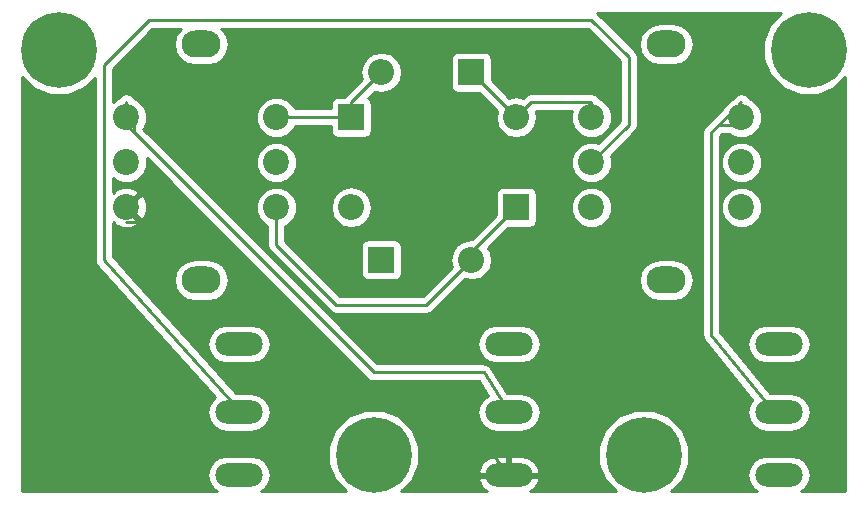
<source format=gtl>
G04 #@! TF.FileFunction,Copper,L1,Top,Signal*
%FSLAX46Y46*%
G04 Gerber Fmt 4.6, Leading zero omitted, Abs format (unit mm)*
G04 Created by KiCad (PCBNEW 4.0.7) date Monday 10 September 2018 20:52:00*
%MOMM*%
%LPD*%
G01*
G04 APERTURE LIST*
%ADD10C,0.100000*%
%ADD11O,3.302000X2.286000*%
%ADD12C,2.200000*%
%ADD13O,4.000000X2.000000*%
%ADD14C,6.400000*%
%ADD15R,2.200000X2.200000*%
%ADD16O,2.200000X2.200000*%
%ADD17C,0.250000*%
%ADD18C,0.254000*%
G04 APERTURE END LIST*
D10*
D11*
X176530000Y-116662200D03*
X176530000Y-96697800D03*
D12*
X182880000Y-106680000D03*
X182880000Y-110490000D03*
X182880000Y-102870000D03*
X170180000Y-102870000D03*
X170180000Y-106680000D03*
X170180000Y-110490000D03*
D11*
X137160000Y-116662200D03*
X137160000Y-96697800D03*
D12*
X143510000Y-106680000D03*
X143510000Y-110490000D03*
X143510000Y-102870000D03*
X130810000Y-102870000D03*
X130810000Y-106680000D03*
X130810000Y-110490000D03*
D13*
X186055000Y-122055000D03*
X186055000Y-127855000D03*
X186055000Y-133155000D03*
D14*
X151765000Y-131445000D03*
X174625000Y-131445000D03*
X188595000Y-97155000D03*
D15*
X149860000Y-102870000D03*
D16*
X149860000Y-110490000D03*
D15*
X160020000Y-99060000D03*
D16*
X152400000Y-99060000D03*
D15*
X152400000Y-114935000D03*
D16*
X160020000Y-114935000D03*
D15*
X163830000Y-110490000D03*
D16*
X163830000Y-102870000D03*
D13*
X140335000Y-122055000D03*
X140335000Y-127855000D03*
X140335000Y-133155000D03*
X163195000Y-122055000D03*
X163195000Y-127855000D03*
X163195000Y-133155000D03*
D14*
X125095000Y-97155000D03*
D17*
X143510000Y-102870000D02*
X148590000Y-102870000D01*
X148590000Y-102870000D02*
X149860000Y-102870000D01*
X149860000Y-102870000D02*
X149860000Y-101600000D01*
X149860000Y-101600000D02*
X152400000Y-99060000D01*
X165735000Y-101600000D02*
X165100000Y-101600000D01*
X165100000Y-101600000D02*
X163830000Y-102870000D01*
X163830000Y-102870000D02*
X165100000Y-101600000D01*
X165100000Y-101600000D02*
X170180000Y-101600000D01*
X170180000Y-101600000D02*
X170180000Y-102870000D01*
X170180000Y-101600000D02*
X165735000Y-101600000D01*
X165100000Y-101600000D02*
X163830000Y-102870000D01*
X163830000Y-102870000D02*
X160020000Y-99060000D01*
X143510000Y-110490000D02*
X143510000Y-111760000D01*
X143510000Y-113665000D02*
X148590000Y-118745000D01*
X148590000Y-118745000D02*
X156210000Y-118745000D01*
X156210000Y-118745000D02*
X160020000Y-114935000D01*
X143510000Y-111760000D02*
X143510000Y-113665000D01*
X160020000Y-114935000D02*
X160020000Y-114300000D01*
X160020000Y-114300000D02*
X163830000Y-110490000D01*
X140335000Y-127855000D02*
X140335000Y-127635000D01*
X140335000Y-127635000D02*
X128905000Y-114935000D01*
X128905000Y-114935000D02*
X128905000Y-98425000D01*
X128905000Y-98425000D02*
X132715000Y-94615000D01*
X132715000Y-94615000D02*
X170180000Y-94615000D01*
X170180000Y-94615000D02*
X173355000Y-97790000D01*
X173355000Y-97790000D02*
X173355000Y-103505000D01*
X173355000Y-103505000D02*
X170180000Y-106680000D01*
X131445000Y-104140000D02*
X131445000Y-103505000D01*
X131445000Y-103505000D02*
X130810000Y-102870000D01*
X130810000Y-101600000D02*
X130810000Y-103505000D01*
X161070000Y-124460000D02*
X163195000Y-127855000D01*
X151765000Y-124460000D02*
X161070000Y-124460000D01*
X130810000Y-103505000D02*
X131445000Y-104140000D01*
X131445000Y-104140000D02*
X151765000Y-124460000D01*
X132080000Y-111760000D02*
X130810000Y-110490000D01*
X130810000Y-111760000D02*
X132080000Y-111760000D01*
X132080000Y-111760000D02*
X135890000Y-111760000D01*
X158310000Y-127000000D02*
X163195000Y-133155000D01*
X151130000Y-127000000D02*
X158310000Y-127000000D01*
X135890000Y-111760000D02*
X151130000Y-127000000D01*
X180975000Y-103505000D02*
X182245000Y-103505000D01*
X182245000Y-103505000D02*
X182880000Y-102870000D01*
X186055000Y-127855000D02*
X185640000Y-127855000D01*
X185640000Y-127855000D02*
X180340000Y-121285000D01*
X180340000Y-121285000D02*
X180340000Y-104140000D01*
X180340000Y-104140000D02*
X180975000Y-103505000D01*
X180975000Y-103505000D02*
X182880000Y-101600000D01*
X186055000Y-133155000D02*
X186055000Y-132715000D01*
D18*
G36*
X185345741Y-94979811D02*
X184760667Y-96388825D01*
X184759336Y-97914482D01*
X185341950Y-99324515D01*
X186419811Y-100404259D01*
X187828825Y-100989333D01*
X189354482Y-100990664D01*
X190764515Y-100408050D01*
X191695000Y-99479188D01*
X191695000Y-134545000D01*
X187912716Y-134545000D01*
X188262743Y-134311120D01*
X188617166Y-133780687D01*
X188741623Y-133155000D01*
X188617166Y-132529313D01*
X188262743Y-131998880D01*
X187732310Y-131644457D01*
X187106623Y-131520000D01*
X185003377Y-131520000D01*
X184377690Y-131644457D01*
X183847257Y-131998880D01*
X183492834Y-132529313D01*
X183368377Y-133155000D01*
X183492834Y-133780687D01*
X183847257Y-134311120D01*
X184197284Y-134545000D01*
X176947832Y-134545000D01*
X177874259Y-133620189D01*
X178459333Y-132211175D01*
X178460664Y-130685518D01*
X177878050Y-129275485D01*
X176800189Y-128195741D01*
X175391175Y-127610667D01*
X173865518Y-127609336D01*
X172455485Y-128191950D01*
X171375741Y-129269811D01*
X170790667Y-130678825D01*
X170789336Y-132204482D01*
X171371950Y-133614515D01*
X172300812Y-134545000D01*
X165029470Y-134545000D01*
X165440922Y-134221317D01*
X165754144Y-133663355D01*
X165785124Y-133535434D01*
X165665777Y-133282000D01*
X163322000Y-133282000D01*
X163322000Y-133302000D01*
X163068000Y-133302000D01*
X163068000Y-133282000D01*
X160724223Y-133282000D01*
X160604876Y-133535434D01*
X160635856Y-133663355D01*
X160949078Y-134221317D01*
X161360530Y-134545000D01*
X154087832Y-134545000D01*
X155014259Y-133620189D01*
X155365392Y-132774566D01*
X160604876Y-132774566D01*
X160724223Y-133028000D01*
X163068000Y-133028000D01*
X163068000Y-131520000D01*
X163322000Y-131520000D01*
X163322000Y-133028000D01*
X165665777Y-133028000D01*
X165785124Y-132774566D01*
X165754144Y-132646645D01*
X165440922Y-132088683D01*
X164938020Y-131693058D01*
X164322000Y-131520000D01*
X163322000Y-131520000D01*
X163068000Y-131520000D01*
X162068000Y-131520000D01*
X161451980Y-131693058D01*
X160949078Y-132088683D01*
X160635856Y-132646645D01*
X160604876Y-132774566D01*
X155365392Y-132774566D01*
X155599333Y-132211175D01*
X155600664Y-130685518D01*
X155018050Y-129275485D01*
X153940189Y-128195741D01*
X152531175Y-127610667D01*
X151005518Y-127609336D01*
X149595485Y-128191950D01*
X148515741Y-129269811D01*
X147930667Y-130678825D01*
X147929336Y-132204482D01*
X148511950Y-133614515D01*
X149440812Y-134545000D01*
X142192716Y-134545000D01*
X142542743Y-134311120D01*
X142897166Y-133780687D01*
X143021623Y-133155000D01*
X142897166Y-132529313D01*
X142542743Y-131998880D01*
X142012310Y-131644457D01*
X141386623Y-131520000D01*
X139283377Y-131520000D01*
X138657690Y-131644457D01*
X138127257Y-131998880D01*
X137772834Y-132529313D01*
X137648377Y-133155000D01*
X137772834Y-133780687D01*
X138127257Y-134311120D01*
X138477284Y-134545000D01*
X121995000Y-134545000D01*
X121995000Y-99477832D01*
X122919811Y-100404259D01*
X124328825Y-100989333D01*
X125854482Y-100990664D01*
X127264515Y-100408050D01*
X128145000Y-99529101D01*
X128145000Y-114935000D01*
X128170102Y-115061197D01*
X128188536Y-115188533D01*
X128198897Y-115205958D01*
X128202852Y-115225839D01*
X128274330Y-115332814D01*
X128340096Y-115443413D01*
X138341300Y-126555862D01*
X138127257Y-126698880D01*
X137772834Y-127229313D01*
X137648377Y-127855000D01*
X137772834Y-128480687D01*
X138127257Y-129011120D01*
X138657690Y-129365543D01*
X139283377Y-129490000D01*
X141386623Y-129490000D01*
X142012310Y-129365543D01*
X142542743Y-129011120D01*
X142897166Y-128480687D01*
X143021623Y-127855000D01*
X142897166Y-127229313D01*
X142542743Y-126698880D01*
X142012310Y-126344457D01*
X141386623Y-126220000D01*
X140083976Y-126220000D01*
X136335476Y-122055000D01*
X137648377Y-122055000D01*
X137772834Y-122680687D01*
X138127257Y-123211120D01*
X138657690Y-123565543D01*
X139283377Y-123690000D01*
X141386623Y-123690000D01*
X142012310Y-123565543D01*
X142542743Y-123211120D01*
X142897166Y-122680687D01*
X143021623Y-122055000D01*
X142897166Y-121429313D01*
X142542743Y-120898880D01*
X142012310Y-120544457D01*
X141386623Y-120420000D01*
X139283377Y-120420000D01*
X138657690Y-120544457D01*
X138127257Y-120898880D01*
X137772834Y-121429313D01*
X137648377Y-122055000D01*
X136335476Y-122055000D01*
X131481956Y-116662200D01*
X134829215Y-116662200D01*
X134964557Y-117342611D01*
X135349979Y-117919436D01*
X135926804Y-118304858D01*
X136607215Y-118440200D01*
X137712785Y-118440200D01*
X138393196Y-118304858D01*
X138970021Y-117919436D01*
X139355443Y-117342611D01*
X139490785Y-116662200D01*
X139355443Y-115981789D01*
X138970021Y-115404964D01*
X138393196Y-115019542D01*
X137712785Y-114884200D01*
X136607215Y-114884200D01*
X135926804Y-115019542D01*
X135349979Y-115404964D01*
X134964557Y-115981789D01*
X134829215Y-116662200D01*
X131481956Y-116662200D01*
X129665000Y-114643360D01*
X129665000Y-111814608D01*
X129764738Y-111714870D01*
X129875641Y-111992099D01*
X130521593Y-112235323D01*
X131211453Y-112212836D01*
X131744359Y-111992099D01*
X131855263Y-111714868D01*
X130810000Y-110669605D01*
X130795858Y-110683748D01*
X130616253Y-110504143D01*
X130630395Y-110490000D01*
X130989605Y-110490000D01*
X132034868Y-111535263D01*
X132312099Y-111424359D01*
X132555323Y-110778407D01*
X132532836Y-110088547D01*
X132312099Y-109555641D01*
X132034868Y-109444737D01*
X130989605Y-110490000D01*
X130630395Y-110490000D01*
X130616253Y-110475858D01*
X130795858Y-110296253D01*
X130810000Y-110310395D01*
X131855263Y-109265132D01*
X131744359Y-108987901D01*
X131098407Y-108744677D01*
X130408547Y-108767164D01*
X129875641Y-108987901D01*
X129764738Y-109265130D01*
X129665000Y-109165392D01*
X129665000Y-107988805D01*
X129825918Y-108150004D01*
X130463373Y-108414699D01*
X131153599Y-108415301D01*
X131791515Y-108151719D01*
X132280004Y-107664082D01*
X132544699Y-107026627D01*
X132545301Y-106336401D01*
X132530304Y-106300106D01*
X151227599Y-124997401D01*
X151474161Y-125162148D01*
X151765000Y-125220000D01*
X160649100Y-125220000D01*
X161401510Y-126422086D01*
X160987257Y-126698880D01*
X160632834Y-127229313D01*
X160508377Y-127855000D01*
X160632834Y-128480687D01*
X160987257Y-129011120D01*
X161517690Y-129365543D01*
X162143377Y-129490000D01*
X164246623Y-129490000D01*
X164872310Y-129365543D01*
X165402743Y-129011120D01*
X165757166Y-128480687D01*
X165881623Y-127855000D01*
X165757166Y-127229313D01*
X165402743Y-126698880D01*
X164872310Y-126344457D01*
X164246623Y-126220000D01*
X163068219Y-126220000D01*
X161714212Y-124056774D01*
X161655205Y-123994143D01*
X161607401Y-123922599D01*
X161554497Y-123887250D01*
X161510866Y-123840939D01*
X161432384Y-123805657D01*
X161360839Y-123757852D01*
X161298436Y-123745439D01*
X161240403Y-123719350D01*
X161154396Y-123716788D01*
X161070000Y-123700000D01*
X152079802Y-123700000D01*
X150434802Y-122055000D01*
X160508377Y-122055000D01*
X160632834Y-122680687D01*
X160987257Y-123211120D01*
X161517690Y-123565543D01*
X162143377Y-123690000D01*
X164246623Y-123690000D01*
X164872310Y-123565543D01*
X165402743Y-123211120D01*
X165757166Y-122680687D01*
X165881623Y-122055000D01*
X165757166Y-121429313D01*
X165402743Y-120898880D01*
X164872310Y-120544457D01*
X164246623Y-120420000D01*
X162143377Y-120420000D01*
X161517690Y-120544457D01*
X160987257Y-120898880D01*
X160632834Y-121429313D01*
X160508377Y-122055000D01*
X150434802Y-122055000D01*
X139213401Y-110833599D01*
X141774699Y-110833599D01*
X142038281Y-111471515D01*
X142525918Y-111960004D01*
X142750000Y-112053051D01*
X142750000Y-113665000D01*
X142807852Y-113955839D01*
X142972599Y-114202401D01*
X148052599Y-119282401D01*
X148299161Y-119447148D01*
X148590000Y-119505000D01*
X156210000Y-119505000D01*
X156500839Y-119447148D01*
X156747401Y-119282401D01*
X159463696Y-116566106D01*
X159986009Y-116670000D01*
X160053991Y-116670000D01*
X160093204Y-116662200D01*
X174199215Y-116662200D01*
X174334557Y-117342611D01*
X174719979Y-117919436D01*
X175296804Y-118304858D01*
X175977215Y-118440200D01*
X177082785Y-118440200D01*
X177763196Y-118304858D01*
X178340021Y-117919436D01*
X178725443Y-117342611D01*
X178860785Y-116662200D01*
X178725443Y-115981789D01*
X178340021Y-115404964D01*
X177763196Y-115019542D01*
X177082785Y-114884200D01*
X175977215Y-114884200D01*
X175296804Y-115019542D01*
X174719979Y-115404964D01*
X174334557Y-115981789D01*
X174199215Y-116662200D01*
X160093204Y-116662200D01*
X160717947Y-116537931D01*
X161280821Y-116161830D01*
X161656922Y-115598956D01*
X161788991Y-114935000D01*
X161656922Y-114271044D01*
X161443366Y-113951436D01*
X163157362Y-112237440D01*
X164930000Y-112237440D01*
X165165317Y-112193162D01*
X165381441Y-112054090D01*
X165526431Y-111841890D01*
X165577440Y-111590000D01*
X165577440Y-110833599D01*
X168444699Y-110833599D01*
X168708281Y-111471515D01*
X169195918Y-111960004D01*
X169833373Y-112224699D01*
X170523599Y-112225301D01*
X171161515Y-111961719D01*
X171650004Y-111474082D01*
X171914699Y-110836627D01*
X171915301Y-110146401D01*
X171651719Y-109508485D01*
X171164082Y-109019996D01*
X170526627Y-108755301D01*
X169836401Y-108754699D01*
X169198485Y-109018281D01*
X168709996Y-109505918D01*
X168445301Y-110143373D01*
X168444699Y-110833599D01*
X165577440Y-110833599D01*
X165577440Y-109390000D01*
X165533162Y-109154683D01*
X165394090Y-108938559D01*
X165181890Y-108793569D01*
X164930000Y-108742560D01*
X162730000Y-108742560D01*
X162494683Y-108786838D01*
X162278559Y-108925910D01*
X162133569Y-109138110D01*
X162082560Y-109390000D01*
X162082560Y-111162638D01*
X160045198Y-113200000D01*
X159986009Y-113200000D01*
X159322053Y-113332069D01*
X158759179Y-113708170D01*
X158383078Y-114271044D01*
X158251009Y-114935000D01*
X158366182Y-115514016D01*
X155895198Y-117985000D01*
X148904802Y-117985000D01*
X144754802Y-113835000D01*
X150652560Y-113835000D01*
X150652560Y-116035000D01*
X150696838Y-116270317D01*
X150835910Y-116486441D01*
X151048110Y-116631431D01*
X151300000Y-116682440D01*
X153500000Y-116682440D01*
X153735317Y-116638162D01*
X153951441Y-116499090D01*
X154096431Y-116286890D01*
X154147440Y-116035000D01*
X154147440Y-113835000D01*
X154103162Y-113599683D01*
X153964090Y-113383559D01*
X153751890Y-113238569D01*
X153500000Y-113187560D01*
X151300000Y-113187560D01*
X151064683Y-113231838D01*
X150848559Y-113370910D01*
X150703569Y-113583110D01*
X150652560Y-113835000D01*
X144754802Y-113835000D01*
X144270000Y-113350198D01*
X144270000Y-112053247D01*
X144491515Y-111961719D01*
X144980004Y-111474082D01*
X145244699Y-110836627D01*
X145245030Y-110456009D01*
X148125000Y-110456009D01*
X148125000Y-110523991D01*
X148257069Y-111187947D01*
X148633170Y-111750821D01*
X149196044Y-112126922D01*
X149860000Y-112258991D01*
X150523956Y-112126922D01*
X151086830Y-111750821D01*
X151462931Y-111187947D01*
X151595000Y-110523991D01*
X151595000Y-110456009D01*
X151462931Y-109792053D01*
X151086830Y-109229179D01*
X150523956Y-108853078D01*
X149860000Y-108721009D01*
X149196044Y-108853078D01*
X148633170Y-109229179D01*
X148257069Y-109792053D01*
X148125000Y-110456009D01*
X145245030Y-110456009D01*
X145245301Y-110146401D01*
X144981719Y-109508485D01*
X144494082Y-109019996D01*
X143856627Y-108755301D01*
X143166401Y-108754699D01*
X142528485Y-109018281D01*
X142039996Y-109505918D01*
X141775301Y-110143373D01*
X141774699Y-110833599D01*
X139213401Y-110833599D01*
X135403401Y-107023599D01*
X141774699Y-107023599D01*
X142038281Y-107661515D01*
X142525918Y-108150004D01*
X143163373Y-108414699D01*
X143853599Y-108415301D01*
X144491515Y-108151719D01*
X144980004Y-107664082D01*
X145244699Y-107026627D01*
X145245301Y-106336401D01*
X144981719Y-105698485D01*
X144494082Y-105209996D01*
X143856627Y-104945301D01*
X143166401Y-104944699D01*
X142528485Y-105208281D01*
X142039996Y-105695918D01*
X141775301Y-106333373D01*
X141774699Y-107023599D01*
X135403401Y-107023599D01*
X132256924Y-103877122D01*
X132280004Y-103854082D01*
X132544699Y-103216627D01*
X132544701Y-103213599D01*
X141774699Y-103213599D01*
X142038281Y-103851515D01*
X142525918Y-104340004D01*
X143163373Y-104604699D01*
X143853599Y-104605301D01*
X144491515Y-104341719D01*
X144980004Y-103854082D01*
X145073051Y-103630000D01*
X148112560Y-103630000D01*
X148112560Y-103970000D01*
X148156838Y-104205317D01*
X148295910Y-104421441D01*
X148508110Y-104566431D01*
X148760000Y-104617440D01*
X150960000Y-104617440D01*
X151195317Y-104573162D01*
X151411441Y-104434090D01*
X151556431Y-104221890D01*
X151607440Y-103970000D01*
X151607440Y-101770000D01*
X151563162Y-101534683D01*
X151424090Y-101318559D01*
X151300612Y-101234190D01*
X151843696Y-100691106D01*
X152366009Y-100795000D01*
X152433991Y-100795000D01*
X153097947Y-100662931D01*
X153660821Y-100286830D01*
X154036922Y-99723956D01*
X154168991Y-99060000D01*
X154036922Y-98396044D01*
X153745567Y-97960000D01*
X158272560Y-97960000D01*
X158272560Y-100160000D01*
X158316838Y-100395317D01*
X158455910Y-100611441D01*
X158668110Y-100756431D01*
X158920000Y-100807440D01*
X160692638Y-100807440D01*
X162198894Y-102313696D01*
X162095000Y-102836009D01*
X162095000Y-102903991D01*
X162227069Y-103567947D01*
X162603170Y-104130821D01*
X163166044Y-104506922D01*
X163830000Y-104638991D01*
X164493956Y-104506922D01*
X165056830Y-104130821D01*
X165432931Y-103567947D01*
X165565000Y-102903991D01*
X165565000Y-102836009D01*
X165470316Y-102360000D01*
X168513140Y-102360000D01*
X168445301Y-102523373D01*
X168444699Y-103213599D01*
X168708281Y-103851515D01*
X169195918Y-104340004D01*
X169833373Y-104604699D01*
X170523599Y-104605301D01*
X171161515Y-104341719D01*
X171650004Y-103854082D01*
X171914699Y-103216627D01*
X171915301Y-102526401D01*
X171651719Y-101888485D01*
X171164082Y-101399996D01*
X170857888Y-101272853D01*
X170717401Y-101062599D01*
X170470839Y-100897852D01*
X170180000Y-100840000D01*
X165100000Y-100840000D01*
X164809160Y-100897852D01*
X164562599Y-101062599D01*
X164409016Y-101216182D01*
X163830000Y-101101009D01*
X163250984Y-101216182D01*
X161767440Y-99732638D01*
X161767440Y-97960000D01*
X161723162Y-97724683D01*
X161584090Y-97508559D01*
X161371890Y-97363569D01*
X161120000Y-97312560D01*
X158920000Y-97312560D01*
X158684683Y-97356838D01*
X158468559Y-97495910D01*
X158323569Y-97708110D01*
X158272560Y-97960000D01*
X153745567Y-97960000D01*
X153660821Y-97833170D01*
X153097947Y-97457069D01*
X152433991Y-97325000D01*
X152366009Y-97325000D01*
X151702053Y-97457069D01*
X151139179Y-97833170D01*
X150763078Y-98396044D01*
X150631009Y-99060000D01*
X150746182Y-99639016D01*
X149322599Y-101062599D01*
X149282534Y-101122560D01*
X148760000Y-101122560D01*
X148524683Y-101166838D01*
X148308559Y-101305910D01*
X148163569Y-101518110D01*
X148112560Y-101770000D01*
X148112560Y-102110000D01*
X145073247Y-102110000D01*
X144981719Y-101888485D01*
X144494082Y-101399996D01*
X143856627Y-101135301D01*
X143166401Y-101134699D01*
X142528485Y-101398281D01*
X142039996Y-101885918D01*
X141775301Y-102523373D01*
X141774699Y-103213599D01*
X132544701Y-103213599D01*
X132545301Y-102526401D01*
X132281719Y-101888485D01*
X131794082Y-101399996D01*
X131487888Y-101272853D01*
X131347401Y-101062599D01*
X131100839Y-100897852D01*
X130810000Y-100840000D01*
X130519161Y-100897852D01*
X130272599Y-101062599D01*
X130132138Y-101272814D01*
X129828485Y-101398281D01*
X129665000Y-101561481D01*
X129665000Y-98739802D01*
X133029802Y-95375000D01*
X135448102Y-95375000D01*
X135349979Y-95440564D01*
X134964557Y-96017389D01*
X134829215Y-96697800D01*
X134964557Y-97378211D01*
X135349979Y-97955036D01*
X135926804Y-98340458D01*
X136607215Y-98475800D01*
X137712785Y-98475800D01*
X138393196Y-98340458D01*
X138970021Y-97955036D01*
X139355443Y-97378211D01*
X139490785Y-96697800D01*
X139355443Y-96017389D01*
X138970021Y-95440564D01*
X138871898Y-95375000D01*
X169865198Y-95375000D01*
X172595000Y-98104802D01*
X172595000Y-103190198D01*
X170747982Y-105037216D01*
X170526627Y-104945301D01*
X169836401Y-104944699D01*
X169198485Y-105208281D01*
X168709996Y-105695918D01*
X168445301Y-106333373D01*
X168444699Y-107023599D01*
X168708281Y-107661515D01*
X169195918Y-108150004D01*
X169833373Y-108414699D01*
X170523599Y-108415301D01*
X171161515Y-108151719D01*
X171650004Y-107664082D01*
X171914699Y-107026627D01*
X171915301Y-106336401D01*
X171822645Y-106112157D01*
X173794802Y-104140000D01*
X179580000Y-104140000D01*
X179580000Y-121285000D01*
X179601169Y-121391424D01*
X179610896Y-121499491D01*
X179629872Y-121535724D01*
X179637852Y-121575839D01*
X179698133Y-121666056D01*
X179748477Y-121762180D01*
X183794542Y-126777774D01*
X183492834Y-127229313D01*
X183368377Y-127855000D01*
X183492834Y-128480687D01*
X183847257Y-129011120D01*
X184377690Y-129365543D01*
X185003377Y-129490000D01*
X187106623Y-129490000D01*
X187732310Y-129365543D01*
X188262743Y-129011120D01*
X188617166Y-128480687D01*
X188741623Y-127855000D01*
X188617166Y-127229313D01*
X188262743Y-126698880D01*
X187732310Y-126344457D01*
X187106623Y-126220000D01*
X185297513Y-126220000D01*
X181937620Y-122055000D01*
X183368377Y-122055000D01*
X183492834Y-122680687D01*
X183847257Y-123211120D01*
X184377690Y-123565543D01*
X185003377Y-123690000D01*
X187106623Y-123690000D01*
X187732310Y-123565543D01*
X188262743Y-123211120D01*
X188617166Y-122680687D01*
X188741623Y-122055000D01*
X188617166Y-121429313D01*
X188262743Y-120898880D01*
X187732310Y-120544457D01*
X187106623Y-120420000D01*
X185003377Y-120420000D01*
X184377690Y-120544457D01*
X183847257Y-120898880D01*
X183492834Y-121429313D01*
X183368377Y-122055000D01*
X181937620Y-122055000D01*
X181100000Y-121016668D01*
X181100000Y-110833599D01*
X181144699Y-110833599D01*
X181408281Y-111471515D01*
X181895918Y-111960004D01*
X182533373Y-112224699D01*
X183223599Y-112225301D01*
X183861515Y-111961719D01*
X184350004Y-111474082D01*
X184614699Y-110836627D01*
X184615301Y-110146401D01*
X184351719Y-109508485D01*
X183864082Y-109019996D01*
X183226627Y-108755301D01*
X182536401Y-108754699D01*
X181898485Y-109018281D01*
X181409996Y-109505918D01*
X181145301Y-110143373D01*
X181144699Y-110833599D01*
X181100000Y-110833599D01*
X181100000Y-107023599D01*
X181144699Y-107023599D01*
X181408281Y-107661515D01*
X181895918Y-108150004D01*
X182533373Y-108414699D01*
X183223599Y-108415301D01*
X183861515Y-108151719D01*
X184350004Y-107664082D01*
X184614699Y-107026627D01*
X184615301Y-106336401D01*
X184351719Y-105698485D01*
X183864082Y-105209996D01*
X183226627Y-104945301D01*
X182536401Y-104944699D01*
X181898485Y-105208281D01*
X181409996Y-105695918D01*
X181145301Y-106333373D01*
X181144699Y-107023599D01*
X181100000Y-107023599D01*
X181100000Y-104454802D01*
X181289802Y-104265000D01*
X181821045Y-104265000D01*
X181895918Y-104340004D01*
X182533373Y-104604699D01*
X183223599Y-104605301D01*
X183861515Y-104341719D01*
X184350004Y-103854082D01*
X184614699Y-103216627D01*
X184615301Y-102526401D01*
X184351719Y-101888485D01*
X183864082Y-101399996D01*
X183557888Y-101272853D01*
X183417401Y-101062599D01*
X183170839Y-100897852D01*
X182880000Y-100840000D01*
X182589161Y-100897852D01*
X182342599Y-101062599D01*
X182083268Y-101321930D01*
X181898485Y-101398281D01*
X181409996Y-101885918D01*
X181332394Y-102072804D01*
X179802599Y-103602599D01*
X179637852Y-103849161D01*
X179580000Y-104140000D01*
X173794802Y-104140000D01*
X173892401Y-104042401D01*
X174057148Y-103795839D01*
X174115000Y-103505000D01*
X174115000Y-97790000D01*
X174057148Y-97499161D01*
X173892401Y-97252599D01*
X173337602Y-96697800D01*
X174199215Y-96697800D01*
X174334557Y-97378211D01*
X174719979Y-97955036D01*
X175296804Y-98340458D01*
X175977215Y-98475800D01*
X177082785Y-98475800D01*
X177763196Y-98340458D01*
X178340021Y-97955036D01*
X178725443Y-97378211D01*
X178860785Y-96697800D01*
X178725443Y-96017389D01*
X178340021Y-95440564D01*
X177763196Y-95055142D01*
X177082785Y-94919800D01*
X175977215Y-94919800D01*
X175296804Y-95055142D01*
X174719979Y-95440564D01*
X174334557Y-96017389D01*
X174199215Y-96697800D01*
X173337602Y-96697800D01*
X170717401Y-94077599D01*
X170683579Y-94055000D01*
X186272168Y-94055000D01*
X185345741Y-94979811D01*
X185345741Y-94979811D01*
G37*
X185345741Y-94979811D02*
X184760667Y-96388825D01*
X184759336Y-97914482D01*
X185341950Y-99324515D01*
X186419811Y-100404259D01*
X187828825Y-100989333D01*
X189354482Y-100990664D01*
X190764515Y-100408050D01*
X191695000Y-99479188D01*
X191695000Y-134545000D01*
X187912716Y-134545000D01*
X188262743Y-134311120D01*
X188617166Y-133780687D01*
X188741623Y-133155000D01*
X188617166Y-132529313D01*
X188262743Y-131998880D01*
X187732310Y-131644457D01*
X187106623Y-131520000D01*
X185003377Y-131520000D01*
X184377690Y-131644457D01*
X183847257Y-131998880D01*
X183492834Y-132529313D01*
X183368377Y-133155000D01*
X183492834Y-133780687D01*
X183847257Y-134311120D01*
X184197284Y-134545000D01*
X176947832Y-134545000D01*
X177874259Y-133620189D01*
X178459333Y-132211175D01*
X178460664Y-130685518D01*
X177878050Y-129275485D01*
X176800189Y-128195741D01*
X175391175Y-127610667D01*
X173865518Y-127609336D01*
X172455485Y-128191950D01*
X171375741Y-129269811D01*
X170790667Y-130678825D01*
X170789336Y-132204482D01*
X171371950Y-133614515D01*
X172300812Y-134545000D01*
X165029470Y-134545000D01*
X165440922Y-134221317D01*
X165754144Y-133663355D01*
X165785124Y-133535434D01*
X165665777Y-133282000D01*
X163322000Y-133282000D01*
X163322000Y-133302000D01*
X163068000Y-133302000D01*
X163068000Y-133282000D01*
X160724223Y-133282000D01*
X160604876Y-133535434D01*
X160635856Y-133663355D01*
X160949078Y-134221317D01*
X161360530Y-134545000D01*
X154087832Y-134545000D01*
X155014259Y-133620189D01*
X155365392Y-132774566D01*
X160604876Y-132774566D01*
X160724223Y-133028000D01*
X163068000Y-133028000D01*
X163068000Y-131520000D01*
X163322000Y-131520000D01*
X163322000Y-133028000D01*
X165665777Y-133028000D01*
X165785124Y-132774566D01*
X165754144Y-132646645D01*
X165440922Y-132088683D01*
X164938020Y-131693058D01*
X164322000Y-131520000D01*
X163322000Y-131520000D01*
X163068000Y-131520000D01*
X162068000Y-131520000D01*
X161451980Y-131693058D01*
X160949078Y-132088683D01*
X160635856Y-132646645D01*
X160604876Y-132774566D01*
X155365392Y-132774566D01*
X155599333Y-132211175D01*
X155600664Y-130685518D01*
X155018050Y-129275485D01*
X153940189Y-128195741D01*
X152531175Y-127610667D01*
X151005518Y-127609336D01*
X149595485Y-128191950D01*
X148515741Y-129269811D01*
X147930667Y-130678825D01*
X147929336Y-132204482D01*
X148511950Y-133614515D01*
X149440812Y-134545000D01*
X142192716Y-134545000D01*
X142542743Y-134311120D01*
X142897166Y-133780687D01*
X143021623Y-133155000D01*
X142897166Y-132529313D01*
X142542743Y-131998880D01*
X142012310Y-131644457D01*
X141386623Y-131520000D01*
X139283377Y-131520000D01*
X138657690Y-131644457D01*
X138127257Y-131998880D01*
X137772834Y-132529313D01*
X137648377Y-133155000D01*
X137772834Y-133780687D01*
X138127257Y-134311120D01*
X138477284Y-134545000D01*
X121995000Y-134545000D01*
X121995000Y-99477832D01*
X122919811Y-100404259D01*
X124328825Y-100989333D01*
X125854482Y-100990664D01*
X127264515Y-100408050D01*
X128145000Y-99529101D01*
X128145000Y-114935000D01*
X128170102Y-115061197D01*
X128188536Y-115188533D01*
X128198897Y-115205958D01*
X128202852Y-115225839D01*
X128274330Y-115332814D01*
X128340096Y-115443413D01*
X138341300Y-126555862D01*
X138127257Y-126698880D01*
X137772834Y-127229313D01*
X137648377Y-127855000D01*
X137772834Y-128480687D01*
X138127257Y-129011120D01*
X138657690Y-129365543D01*
X139283377Y-129490000D01*
X141386623Y-129490000D01*
X142012310Y-129365543D01*
X142542743Y-129011120D01*
X142897166Y-128480687D01*
X143021623Y-127855000D01*
X142897166Y-127229313D01*
X142542743Y-126698880D01*
X142012310Y-126344457D01*
X141386623Y-126220000D01*
X140083976Y-126220000D01*
X136335476Y-122055000D01*
X137648377Y-122055000D01*
X137772834Y-122680687D01*
X138127257Y-123211120D01*
X138657690Y-123565543D01*
X139283377Y-123690000D01*
X141386623Y-123690000D01*
X142012310Y-123565543D01*
X142542743Y-123211120D01*
X142897166Y-122680687D01*
X143021623Y-122055000D01*
X142897166Y-121429313D01*
X142542743Y-120898880D01*
X142012310Y-120544457D01*
X141386623Y-120420000D01*
X139283377Y-120420000D01*
X138657690Y-120544457D01*
X138127257Y-120898880D01*
X137772834Y-121429313D01*
X137648377Y-122055000D01*
X136335476Y-122055000D01*
X131481956Y-116662200D01*
X134829215Y-116662200D01*
X134964557Y-117342611D01*
X135349979Y-117919436D01*
X135926804Y-118304858D01*
X136607215Y-118440200D01*
X137712785Y-118440200D01*
X138393196Y-118304858D01*
X138970021Y-117919436D01*
X139355443Y-117342611D01*
X139490785Y-116662200D01*
X139355443Y-115981789D01*
X138970021Y-115404964D01*
X138393196Y-115019542D01*
X137712785Y-114884200D01*
X136607215Y-114884200D01*
X135926804Y-115019542D01*
X135349979Y-115404964D01*
X134964557Y-115981789D01*
X134829215Y-116662200D01*
X131481956Y-116662200D01*
X129665000Y-114643360D01*
X129665000Y-111814608D01*
X129764738Y-111714870D01*
X129875641Y-111992099D01*
X130521593Y-112235323D01*
X131211453Y-112212836D01*
X131744359Y-111992099D01*
X131855263Y-111714868D01*
X130810000Y-110669605D01*
X130795858Y-110683748D01*
X130616253Y-110504143D01*
X130630395Y-110490000D01*
X130989605Y-110490000D01*
X132034868Y-111535263D01*
X132312099Y-111424359D01*
X132555323Y-110778407D01*
X132532836Y-110088547D01*
X132312099Y-109555641D01*
X132034868Y-109444737D01*
X130989605Y-110490000D01*
X130630395Y-110490000D01*
X130616253Y-110475858D01*
X130795858Y-110296253D01*
X130810000Y-110310395D01*
X131855263Y-109265132D01*
X131744359Y-108987901D01*
X131098407Y-108744677D01*
X130408547Y-108767164D01*
X129875641Y-108987901D01*
X129764738Y-109265130D01*
X129665000Y-109165392D01*
X129665000Y-107988805D01*
X129825918Y-108150004D01*
X130463373Y-108414699D01*
X131153599Y-108415301D01*
X131791515Y-108151719D01*
X132280004Y-107664082D01*
X132544699Y-107026627D01*
X132545301Y-106336401D01*
X132530304Y-106300106D01*
X151227599Y-124997401D01*
X151474161Y-125162148D01*
X151765000Y-125220000D01*
X160649100Y-125220000D01*
X161401510Y-126422086D01*
X160987257Y-126698880D01*
X160632834Y-127229313D01*
X160508377Y-127855000D01*
X160632834Y-128480687D01*
X160987257Y-129011120D01*
X161517690Y-129365543D01*
X162143377Y-129490000D01*
X164246623Y-129490000D01*
X164872310Y-129365543D01*
X165402743Y-129011120D01*
X165757166Y-128480687D01*
X165881623Y-127855000D01*
X165757166Y-127229313D01*
X165402743Y-126698880D01*
X164872310Y-126344457D01*
X164246623Y-126220000D01*
X163068219Y-126220000D01*
X161714212Y-124056774D01*
X161655205Y-123994143D01*
X161607401Y-123922599D01*
X161554497Y-123887250D01*
X161510866Y-123840939D01*
X161432384Y-123805657D01*
X161360839Y-123757852D01*
X161298436Y-123745439D01*
X161240403Y-123719350D01*
X161154396Y-123716788D01*
X161070000Y-123700000D01*
X152079802Y-123700000D01*
X150434802Y-122055000D01*
X160508377Y-122055000D01*
X160632834Y-122680687D01*
X160987257Y-123211120D01*
X161517690Y-123565543D01*
X162143377Y-123690000D01*
X164246623Y-123690000D01*
X164872310Y-123565543D01*
X165402743Y-123211120D01*
X165757166Y-122680687D01*
X165881623Y-122055000D01*
X165757166Y-121429313D01*
X165402743Y-120898880D01*
X164872310Y-120544457D01*
X164246623Y-120420000D01*
X162143377Y-120420000D01*
X161517690Y-120544457D01*
X160987257Y-120898880D01*
X160632834Y-121429313D01*
X160508377Y-122055000D01*
X150434802Y-122055000D01*
X139213401Y-110833599D01*
X141774699Y-110833599D01*
X142038281Y-111471515D01*
X142525918Y-111960004D01*
X142750000Y-112053051D01*
X142750000Y-113665000D01*
X142807852Y-113955839D01*
X142972599Y-114202401D01*
X148052599Y-119282401D01*
X148299161Y-119447148D01*
X148590000Y-119505000D01*
X156210000Y-119505000D01*
X156500839Y-119447148D01*
X156747401Y-119282401D01*
X159463696Y-116566106D01*
X159986009Y-116670000D01*
X160053991Y-116670000D01*
X160093204Y-116662200D01*
X174199215Y-116662200D01*
X174334557Y-117342611D01*
X174719979Y-117919436D01*
X175296804Y-118304858D01*
X175977215Y-118440200D01*
X177082785Y-118440200D01*
X177763196Y-118304858D01*
X178340021Y-117919436D01*
X178725443Y-117342611D01*
X178860785Y-116662200D01*
X178725443Y-115981789D01*
X178340021Y-115404964D01*
X177763196Y-115019542D01*
X177082785Y-114884200D01*
X175977215Y-114884200D01*
X175296804Y-115019542D01*
X174719979Y-115404964D01*
X174334557Y-115981789D01*
X174199215Y-116662200D01*
X160093204Y-116662200D01*
X160717947Y-116537931D01*
X161280821Y-116161830D01*
X161656922Y-115598956D01*
X161788991Y-114935000D01*
X161656922Y-114271044D01*
X161443366Y-113951436D01*
X163157362Y-112237440D01*
X164930000Y-112237440D01*
X165165317Y-112193162D01*
X165381441Y-112054090D01*
X165526431Y-111841890D01*
X165577440Y-111590000D01*
X165577440Y-110833599D01*
X168444699Y-110833599D01*
X168708281Y-111471515D01*
X169195918Y-111960004D01*
X169833373Y-112224699D01*
X170523599Y-112225301D01*
X171161515Y-111961719D01*
X171650004Y-111474082D01*
X171914699Y-110836627D01*
X171915301Y-110146401D01*
X171651719Y-109508485D01*
X171164082Y-109019996D01*
X170526627Y-108755301D01*
X169836401Y-108754699D01*
X169198485Y-109018281D01*
X168709996Y-109505918D01*
X168445301Y-110143373D01*
X168444699Y-110833599D01*
X165577440Y-110833599D01*
X165577440Y-109390000D01*
X165533162Y-109154683D01*
X165394090Y-108938559D01*
X165181890Y-108793569D01*
X164930000Y-108742560D01*
X162730000Y-108742560D01*
X162494683Y-108786838D01*
X162278559Y-108925910D01*
X162133569Y-109138110D01*
X162082560Y-109390000D01*
X162082560Y-111162638D01*
X160045198Y-113200000D01*
X159986009Y-113200000D01*
X159322053Y-113332069D01*
X158759179Y-113708170D01*
X158383078Y-114271044D01*
X158251009Y-114935000D01*
X158366182Y-115514016D01*
X155895198Y-117985000D01*
X148904802Y-117985000D01*
X144754802Y-113835000D01*
X150652560Y-113835000D01*
X150652560Y-116035000D01*
X150696838Y-116270317D01*
X150835910Y-116486441D01*
X151048110Y-116631431D01*
X151300000Y-116682440D01*
X153500000Y-116682440D01*
X153735317Y-116638162D01*
X153951441Y-116499090D01*
X154096431Y-116286890D01*
X154147440Y-116035000D01*
X154147440Y-113835000D01*
X154103162Y-113599683D01*
X153964090Y-113383559D01*
X153751890Y-113238569D01*
X153500000Y-113187560D01*
X151300000Y-113187560D01*
X151064683Y-113231838D01*
X150848559Y-113370910D01*
X150703569Y-113583110D01*
X150652560Y-113835000D01*
X144754802Y-113835000D01*
X144270000Y-113350198D01*
X144270000Y-112053247D01*
X144491515Y-111961719D01*
X144980004Y-111474082D01*
X145244699Y-110836627D01*
X145245030Y-110456009D01*
X148125000Y-110456009D01*
X148125000Y-110523991D01*
X148257069Y-111187947D01*
X148633170Y-111750821D01*
X149196044Y-112126922D01*
X149860000Y-112258991D01*
X150523956Y-112126922D01*
X151086830Y-111750821D01*
X151462931Y-111187947D01*
X151595000Y-110523991D01*
X151595000Y-110456009D01*
X151462931Y-109792053D01*
X151086830Y-109229179D01*
X150523956Y-108853078D01*
X149860000Y-108721009D01*
X149196044Y-108853078D01*
X148633170Y-109229179D01*
X148257069Y-109792053D01*
X148125000Y-110456009D01*
X145245030Y-110456009D01*
X145245301Y-110146401D01*
X144981719Y-109508485D01*
X144494082Y-109019996D01*
X143856627Y-108755301D01*
X143166401Y-108754699D01*
X142528485Y-109018281D01*
X142039996Y-109505918D01*
X141775301Y-110143373D01*
X141774699Y-110833599D01*
X139213401Y-110833599D01*
X135403401Y-107023599D01*
X141774699Y-107023599D01*
X142038281Y-107661515D01*
X142525918Y-108150004D01*
X143163373Y-108414699D01*
X143853599Y-108415301D01*
X144491515Y-108151719D01*
X144980004Y-107664082D01*
X145244699Y-107026627D01*
X145245301Y-106336401D01*
X144981719Y-105698485D01*
X144494082Y-105209996D01*
X143856627Y-104945301D01*
X143166401Y-104944699D01*
X142528485Y-105208281D01*
X142039996Y-105695918D01*
X141775301Y-106333373D01*
X141774699Y-107023599D01*
X135403401Y-107023599D01*
X132256924Y-103877122D01*
X132280004Y-103854082D01*
X132544699Y-103216627D01*
X132544701Y-103213599D01*
X141774699Y-103213599D01*
X142038281Y-103851515D01*
X142525918Y-104340004D01*
X143163373Y-104604699D01*
X143853599Y-104605301D01*
X144491515Y-104341719D01*
X144980004Y-103854082D01*
X145073051Y-103630000D01*
X148112560Y-103630000D01*
X148112560Y-103970000D01*
X148156838Y-104205317D01*
X148295910Y-104421441D01*
X148508110Y-104566431D01*
X148760000Y-104617440D01*
X150960000Y-104617440D01*
X151195317Y-104573162D01*
X151411441Y-104434090D01*
X151556431Y-104221890D01*
X151607440Y-103970000D01*
X151607440Y-101770000D01*
X151563162Y-101534683D01*
X151424090Y-101318559D01*
X151300612Y-101234190D01*
X151843696Y-100691106D01*
X152366009Y-100795000D01*
X152433991Y-100795000D01*
X153097947Y-100662931D01*
X153660821Y-100286830D01*
X154036922Y-99723956D01*
X154168991Y-99060000D01*
X154036922Y-98396044D01*
X153745567Y-97960000D01*
X158272560Y-97960000D01*
X158272560Y-100160000D01*
X158316838Y-100395317D01*
X158455910Y-100611441D01*
X158668110Y-100756431D01*
X158920000Y-100807440D01*
X160692638Y-100807440D01*
X162198894Y-102313696D01*
X162095000Y-102836009D01*
X162095000Y-102903991D01*
X162227069Y-103567947D01*
X162603170Y-104130821D01*
X163166044Y-104506922D01*
X163830000Y-104638991D01*
X164493956Y-104506922D01*
X165056830Y-104130821D01*
X165432931Y-103567947D01*
X165565000Y-102903991D01*
X165565000Y-102836009D01*
X165470316Y-102360000D01*
X168513140Y-102360000D01*
X168445301Y-102523373D01*
X168444699Y-103213599D01*
X168708281Y-103851515D01*
X169195918Y-104340004D01*
X169833373Y-104604699D01*
X170523599Y-104605301D01*
X171161515Y-104341719D01*
X171650004Y-103854082D01*
X171914699Y-103216627D01*
X171915301Y-102526401D01*
X171651719Y-101888485D01*
X171164082Y-101399996D01*
X170857888Y-101272853D01*
X170717401Y-101062599D01*
X170470839Y-100897852D01*
X170180000Y-100840000D01*
X165100000Y-100840000D01*
X164809160Y-100897852D01*
X164562599Y-101062599D01*
X164409016Y-101216182D01*
X163830000Y-101101009D01*
X163250984Y-101216182D01*
X161767440Y-99732638D01*
X161767440Y-97960000D01*
X161723162Y-97724683D01*
X161584090Y-97508559D01*
X161371890Y-97363569D01*
X161120000Y-97312560D01*
X158920000Y-97312560D01*
X158684683Y-97356838D01*
X158468559Y-97495910D01*
X158323569Y-97708110D01*
X158272560Y-97960000D01*
X153745567Y-97960000D01*
X153660821Y-97833170D01*
X153097947Y-97457069D01*
X152433991Y-97325000D01*
X152366009Y-97325000D01*
X151702053Y-97457069D01*
X151139179Y-97833170D01*
X150763078Y-98396044D01*
X150631009Y-99060000D01*
X150746182Y-99639016D01*
X149322599Y-101062599D01*
X149282534Y-101122560D01*
X148760000Y-101122560D01*
X148524683Y-101166838D01*
X148308559Y-101305910D01*
X148163569Y-101518110D01*
X148112560Y-101770000D01*
X148112560Y-102110000D01*
X145073247Y-102110000D01*
X144981719Y-101888485D01*
X144494082Y-101399996D01*
X143856627Y-101135301D01*
X143166401Y-101134699D01*
X142528485Y-101398281D01*
X142039996Y-101885918D01*
X141775301Y-102523373D01*
X141774699Y-103213599D01*
X132544701Y-103213599D01*
X132545301Y-102526401D01*
X132281719Y-101888485D01*
X131794082Y-101399996D01*
X131487888Y-101272853D01*
X131347401Y-101062599D01*
X131100839Y-100897852D01*
X130810000Y-100840000D01*
X130519161Y-100897852D01*
X130272599Y-101062599D01*
X130132138Y-101272814D01*
X129828485Y-101398281D01*
X129665000Y-101561481D01*
X129665000Y-98739802D01*
X133029802Y-95375000D01*
X135448102Y-95375000D01*
X135349979Y-95440564D01*
X134964557Y-96017389D01*
X134829215Y-96697800D01*
X134964557Y-97378211D01*
X135349979Y-97955036D01*
X135926804Y-98340458D01*
X136607215Y-98475800D01*
X137712785Y-98475800D01*
X138393196Y-98340458D01*
X138970021Y-97955036D01*
X139355443Y-97378211D01*
X139490785Y-96697800D01*
X139355443Y-96017389D01*
X138970021Y-95440564D01*
X138871898Y-95375000D01*
X169865198Y-95375000D01*
X172595000Y-98104802D01*
X172595000Y-103190198D01*
X170747982Y-105037216D01*
X170526627Y-104945301D01*
X169836401Y-104944699D01*
X169198485Y-105208281D01*
X168709996Y-105695918D01*
X168445301Y-106333373D01*
X168444699Y-107023599D01*
X168708281Y-107661515D01*
X169195918Y-108150004D01*
X169833373Y-108414699D01*
X170523599Y-108415301D01*
X171161515Y-108151719D01*
X171650004Y-107664082D01*
X171914699Y-107026627D01*
X171915301Y-106336401D01*
X171822645Y-106112157D01*
X173794802Y-104140000D01*
X179580000Y-104140000D01*
X179580000Y-121285000D01*
X179601169Y-121391424D01*
X179610896Y-121499491D01*
X179629872Y-121535724D01*
X179637852Y-121575839D01*
X179698133Y-121666056D01*
X179748477Y-121762180D01*
X183794542Y-126777774D01*
X183492834Y-127229313D01*
X183368377Y-127855000D01*
X183492834Y-128480687D01*
X183847257Y-129011120D01*
X184377690Y-129365543D01*
X185003377Y-129490000D01*
X187106623Y-129490000D01*
X187732310Y-129365543D01*
X188262743Y-129011120D01*
X188617166Y-128480687D01*
X188741623Y-127855000D01*
X188617166Y-127229313D01*
X188262743Y-126698880D01*
X187732310Y-126344457D01*
X187106623Y-126220000D01*
X185297513Y-126220000D01*
X181937620Y-122055000D01*
X183368377Y-122055000D01*
X183492834Y-122680687D01*
X183847257Y-123211120D01*
X184377690Y-123565543D01*
X185003377Y-123690000D01*
X187106623Y-123690000D01*
X187732310Y-123565543D01*
X188262743Y-123211120D01*
X188617166Y-122680687D01*
X188741623Y-122055000D01*
X188617166Y-121429313D01*
X188262743Y-120898880D01*
X187732310Y-120544457D01*
X187106623Y-120420000D01*
X185003377Y-120420000D01*
X184377690Y-120544457D01*
X183847257Y-120898880D01*
X183492834Y-121429313D01*
X183368377Y-122055000D01*
X181937620Y-122055000D01*
X181100000Y-121016668D01*
X181100000Y-110833599D01*
X181144699Y-110833599D01*
X181408281Y-111471515D01*
X181895918Y-111960004D01*
X182533373Y-112224699D01*
X183223599Y-112225301D01*
X183861515Y-111961719D01*
X184350004Y-111474082D01*
X184614699Y-110836627D01*
X184615301Y-110146401D01*
X184351719Y-109508485D01*
X183864082Y-109019996D01*
X183226627Y-108755301D01*
X182536401Y-108754699D01*
X181898485Y-109018281D01*
X181409996Y-109505918D01*
X181145301Y-110143373D01*
X181144699Y-110833599D01*
X181100000Y-110833599D01*
X181100000Y-107023599D01*
X181144699Y-107023599D01*
X181408281Y-107661515D01*
X181895918Y-108150004D01*
X182533373Y-108414699D01*
X183223599Y-108415301D01*
X183861515Y-108151719D01*
X184350004Y-107664082D01*
X184614699Y-107026627D01*
X184615301Y-106336401D01*
X184351719Y-105698485D01*
X183864082Y-105209996D01*
X183226627Y-104945301D01*
X182536401Y-104944699D01*
X181898485Y-105208281D01*
X181409996Y-105695918D01*
X181145301Y-106333373D01*
X181144699Y-107023599D01*
X181100000Y-107023599D01*
X181100000Y-104454802D01*
X181289802Y-104265000D01*
X181821045Y-104265000D01*
X181895918Y-104340004D01*
X182533373Y-104604699D01*
X183223599Y-104605301D01*
X183861515Y-104341719D01*
X184350004Y-103854082D01*
X184614699Y-103216627D01*
X184615301Y-102526401D01*
X184351719Y-101888485D01*
X183864082Y-101399996D01*
X183557888Y-101272853D01*
X183417401Y-101062599D01*
X183170839Y-100897852D01*
X182880000Y-100840000D01*
X182589161Y-100897852D01*
X182342599Y-101062599D01*
X182083268Y-101321930D01*
X181898485Y-101398281D01*
X181409996Y-101885918D01*
X181332394Y-102072804D01*
X179802599Y-103602599D01*
X179637852Y-103849161D01*
X179580000Y-104140000D01*
X173794802Y-104140000D01*
X173892401Y-104042401D01*
X174057148Y-103795839D01*
X174115000Y-103505000D01*
X174115000Y-97790000D01*
X174057148Y-97499161D01*
X173892401Y-97252599D01*
X173337602Y-96697800D01*
X174199215Y-96697800D01*
X174334557Y-97378211D01*
X174719979Y-97955036D01*
X175296804Y-98340458D01*
X175977215Y-98475800D01*
X177082785Y-98475800D01*
X177763196Y-98340458D01*
X178340021Y-97955036D01*
X178725443Y-97378211D01*
X178860785Y-96697800D01*
X178725443Y-96017389D01*
X178340021Y-95440564D01*
X177763196Y-95055142D01*
X177082785Y-94919800D01*
X175977215Y-94919800D01*
X175296804Y-95055142D01*
X174719979Y-95440564D01*
X174334557Y-96017389D01*
X174199215Y-96697800D01*
X173337602Y-96697800D01*
X170717401Y-94077599D01*
X170683579Y-94055000D01*
X186272168Y-94055000D01*
X185345741Y-94979811D01*
M02*

</source>
